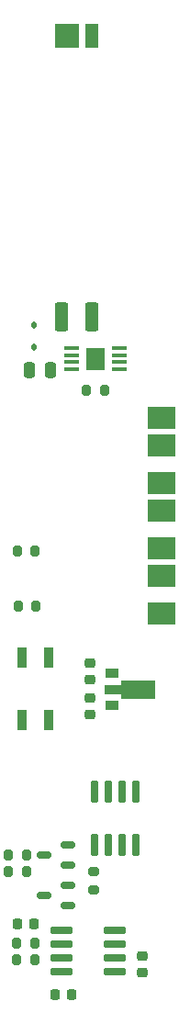
<source format=gtp>
G04 #@! TF.GenerationSoftware,KiCad,Pcbnew,7.0.10*
G04 #@! TF.CreationDate,2024-03-06T15:05:52+01:00*
G04 #@! TF.ProjectId,microscope,6d696372-6f73-4636-9f70-652e6b696361,rev?*
G04 #@! TF.SameCoordinates,Original*
G04 #@! TF.FileFunction,Paste,Top*
G04 #@! TF.FilePolarity,Positive*
%FSLAX46Y46*%
G04 Gerber Fmt 4.6, Leading zero omitted, Abs format (unit mm)*
G04 Created by KiCad (PCBNEW 7.0.10) date 2024-03-06 15:05:52*
%MOMM*%
%LPD*%
G01*
G04 APERTURE LIST*
G04 Aperture macros list*
%AMRoundRect*
0 Rectangle with rounded corners*
0 $1 Rounding radius*
0 $2 $3 $4 $5 $6 $7 $8 $9 X,Y pos of 4 corners*
0 Add a 4 corners polygon primitive as box body*
4,1,4,$2,$3,$4,$5,$6,$7,$8,$9,$2,$3,0*
0 Add four circle primitives for the rounded corners*
1,1,$1+$1,$2,$3*
1,1,$1+$1,$4,$5*
1,1,$1+$1,$6,$7*
1,1,$1+$1,$8,$9*
0 Add four rect primitives between the rounded corners*
20,1,$1+$1,$2,$3,$4,$5,0*
20,1,$1+$1,$4,$5,$6,$7,0*
20,1,$1+$1,$6,$7,$8,$9,0*
20,1,$1+$1,$8,$9,$2,$3,0*%
%AMFreePoly0*
4,1,9,3.862500,-0.866500,0.737500,-0.866500,0.737500,-0.450000,-0.737500,-0.450000,-0.737500,0.450000,0.737500,0.450000,0.737500,0.866500,3.862500,0.866500,3.862500,-0.866500,3.862500,-0.866500,$1*%
G04 Aperture macros list end*
%ADD10R,2.200000X2.200000*%
%ADD11R,1.250000X2.200000*%
%ADD12RoundRect,0.200000X-0.200000X-0.275000X0.200000X-0.275000X0.200000X0.275000X-0.200000X0.275000X0*%
%ADD13RoundRect,0.225000X0.225000X0.250000X-0.225000X0.250000X-0.225000X-0.250000X0.225000X-0.250000X0*%
%ADD14RoundRect,0.150000X0.512500X0.150000X-0.512500X0.150000X-0.512500X-0.150000X0.512500X-0.150000X0*%
%ADD15R,2.500000X2.000000*%
%ADD16RoundRect,0.200000X0.275000X-0.200000X0.275000X0.200000X-0.275000X0.200000X-0.275000X-0.200000X0*%
%ADD17RoundRect,0.112500X0.112500X-0.187500X0.112500X0.187500X-0.112500X0.187500X-0.112500X-0.187500X0*%
%ADD18R,1.700000X2.000000*%
%ADD19R,1.425000X0.450000*%
%ADD20RoundRect,0.225000X-0.250000X0.225000X-0.250000X-0.225000X0.250000X-0.225000X0.250000X0.225000X0*%
%ADD21RoundRect,0.200000X0.200000X0.275000X-0.200000X0.275000X-0.200000X-0.275000X0.200000X-0.275000X0*%
%ADD22RoundRect,0.225000X0.250000X-0.225000X0.250000X0.225000X-0.250000X0.225000X-0.250000X-0.225000X0*%
%ADD23RoundRect,0.042000X0.258000X-0.943000X0.258000X0.943000X-0.258000X0.943000X-0.258000X-0.943000X0*%
%ADD24RoundRect,0.042000X0.943000X0.258000X-0.943000X0.258000X-0.943000X-0.258000X0.943000X-0.258000X0*%
%ADD25RoundRect,0.225000X-0.225000X-0.250000X0.225000X-0.250000X0.225000X0.250000X-0.225000X0.250000X0*%
%ADD26RoundRect,0.250000X0.250000X0.475000X-0.250000X0.475000X-0.250000X-0.475000X0.250000X-0.475000X0*%
%ADD27RoundRect,0.091000X0.364000X-0.864000X0.364000X0.864000X-0.364000X0.864000X-0.364000X-0.864000X0*%
%ADD28RoundRect,0.250000X-0.375000X-1.075000X0.375000X-1.075000X0.375000X1.075000X-0.375000X1.075000X0*%
%ADD29R,1.300000X0.900000*%
%ADD30FreePoly0,0.000000*%
G04 APERTURE END LIST*
D10*
X99100000Y-54000000D03*
D11*
X101375000Y-54000000D03*
D12*
X100876600Y-86715600D03*
X102526600Y-86715600D03*
D13*
X99525000Y-142372800D03*
X97975000Y-142372800D03*
D14*
X99187500Y-134177800D03*
X99187500Y-132277800D03*
X96912500Y-133227800D03*
D15*
X107750000Y-91750000D03*
D12*
X96101400Y-101498400D03*
X94451400Y-101498400D03*
X94425000Y-137622800D03*
X96075000Y-137622800D03*
D15*
X107750000Y-107250000D03*
D16*
X101500000Y-132697800D03*
X101500000Y-131047800D03*
D15*
X107750000Y-103750000D03*
D17*
X96012000Y-82736400D03*
X96012000Y-80636400D03*
D18*
X101701600Y-83769200D03*
D19*
X99489600Y-84744200D03*
X99489600Y-84094200D03*
X99489600Y-83444200D03*
X99489600Y-82794200D03*
X103913600Y-82794200D03*
X103913600Y-83444200D03*
X103913600Y-84094200D03*
X103913600Y-84744200D03*
D20*
X101218200Y-111806400D03*
X101218200Y-113356400D03*
D21*
X95325000Y-131027800D03*
X93675000Y-131027800D03*
D15*
X107750000Y-101250000D03*
D22*
X101218200Y-116606400D03*
X101218200Y-115056400D03*
D14*
X99187500Y-130477800D03*
X99187500Y-128577800D03*
X96912500Y-129527800D03*
D12*
X93675000Y-129527800D03*
X95325000Y-129527800D03*
D21*
X94565200Y-106578400D03*
X96215200Y-106578400D03*
D23*
X101564000Y-123652800D03*
X102834000Y-123652800D03*
X104104000Y-123652800D03*
X105374000Y-123652800D03*
X105374000Y-128592800D03*
X104104000Y-128592800D03*
X102834000Y-128592800D03*
X101564000Y-128592800D03*
D12*
X94425000Y-139201200D03*
X96075000Y-139201200D03*
D15*
X107750000Y-95250000D03*
D24*
X103470000Y-140277800D03*
X103470000Y-139007800D03*
X103470000Y-137737800D03*
X103470000Y-136467800D03*
X98530000Y-136467800D03*
X98530000Y-137737800D03*
X98530000Y-139007800D03*
X98530000Y-140277800D03*
D25*
X94475000Y-135872800D03*
X96025000Y-135872800D03*
D20*
X106000000Y-138847800D03*
X106000000Y-140397800D03*
D15*
X107750000Y-89250000D03*
X107750000Y-97750000D03*
D26*
X97520800Y-84836000D03*
X95620800Y-84836000D03*
D27*
X94909000Y-117100000D03*
X97359000Y-117100000D03*
X97359000Y-111300000D03*
X94909000Y-111300000D03*
D28*
X101323600Y-79908400D03*
X98523600Y-79908400D03*
D29*
X103250000Y-112750000D03*
D30*
X103337500Y-114250000D03*
D29*
X103250000Y-115750000D03*
M02*

</source>
